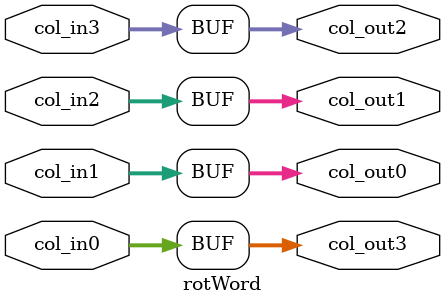
<source format=sv>
module rotWord(
    input  logic [7:0] col_in0,  // Celda 0 de la columna de entrada
    input  logic [7:0] col_in1,  // Celda 1 de la columna de entrada
    input  logic [7:0] col_in2,  // Celda 2 de la columna de entrada
    input  logic [7:0] col_in3,  // Celda 3 de la columna de entrada

    output logic [7:0] col_out0, // Celda 0 de la columna de salida
    output logic [7:0] col_out1, // Celda 1 de la columna de salida
    output logic [7:0] col_out2, // Celda 2 de la columna de salida
    output logic [7:0] col_out3  // Celda 3 de la columna de salida
);

    // Proceso combinacional para aplicar la rotación de las celdas
    always @(*) begin
        col_out0 = col_in1;  // La celda 1 sube a la posición 0
        col_out1 = col_in2;  // La celda 2 sube a la posición 1
        col_out2 = col_in3;  // La celda 3 sube a la posición 2
        col_out3 = col_in0;  // La celda 0 se coloca en la última posición (rotación)
    end

endmodule




/*
module rotWord (
    input  logic [31:0] word_in,   // Entrada de 32 bits
    output logic [31:0] word_out   // Salida de 32 bits con rotación
);

    always_comb begin
        word_out = {word_in[23:0], word_in[31:24]};
    end

endmodule
*/
</source>
